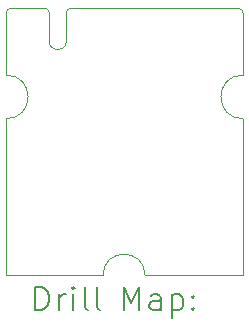
<source format=gbr>
%TF.GenerationSoftware,KiCad,Pcbnew,(7.0.0)*%
%TF.CreationDate,2023-04-19T09:29:56-05:00*%
%TF.ProjectId,Pixel.Cookie,50697865-6c2e-4436-9f6f-6b69652e6b69,rev?*%
%TF.SameCoordinates,Original*%
%TF.FileFunction,Drillmap*%
%TF.FilePolarity,Positive*%
%FSLAX45Y45*%
G04 Gerber Fmt 4.5, Leading zero omitted, Abs format (unit mm)*
G04 Created by KiCad (PCBNEW (7.0.0)) date 2023-04-19 09:29:56*
%MOMM*%
%LPD*%
G01*
G04 APERTURE LIST*
%ADD10C,0.050000*%
%ADD11C,0.200000*%
G04 APERTURE END LIST*
D10*
X3231256Y-1247980D02*
X3170296Y-1247980D01*
X2078096Y-1247980D02*
X3170296Y-1247980D01*
X1811396Y-1247980D02*
X2078096Y-1247980D01*
X3268000Y-1813500D02*
G75*
G03*
X3268000Y-2183500I0J-185000D01*
G01*
X2084700Y-3508580D02*
X1265296Y-3508580D01*
X1811396Y-1247976D02*
G75*
G03*
X1773296Y-1286080I4J-38104D01*
G01*
X1628770Y-1527634D02*
G75*
G03*
X1773353Y-1532964I72390J4D01*
G01*
X3269356Y-1319100D02*
X3269356Y-1813500D01*
X1303396Y-1247976D02*
G75*
G03*
X1265296Y-1286080I4J-38104D01*
G01*
X3268000Y-2183500D02*
X3269356Y-3508580D01*
X3269360Y-1286080D02*
G75*
G03*
X3231256Y-1247980I-38100J0D01*
G01*
X1265296Y-2183540D02*
G75*
G03*
X1265296Y-1813500I0J185020D01*
G01*
X3269356Y-1319100D02*
X3269356Y-1286080D01*
X1265296Y-1286080D02*
X1265296Y-1813500D01*
X1590670Y-1247980D02*
X1303396Y-1247980D01*
X1628770Y-1527634D02*
X1628770Y-1286080D01*
X1773353Y-1532964D02*
X1773296Y-1286080D01*
X1628770Y-1286080D02*
G75*
G03*
X1590670Y-1247980I-38100J0D01*
G01*
X2440300Y-3508580D02*
G75*
G03*
X2084700Y-3508580I-177800J0D01*
G01*
X1265296Y-2183539D02*
X1265296Y-3508580D01*
X3269356Y-3508580D02*
X2440300Y-3508580D01*
D11*
X1510415Y-3804556D02*
X1510415Y-3604556D01*
X1510415Y-3604556D02*
X1558034Y-3604556D01*
X1558034Y-3604556D02*
X1586605Y-3614080D01*
X1586605Y-3614080D02*
X1605653Y-3633128D01*
X1605653Y-3633128D02*
X1615177Y-3652175D01*
X1615177Y-3652175D02*
X1624701Y-3690270D01*
X1624701Y-3690270D02*
X1624701Y-3718842D01*
X1624701Y-3718842D02*
X1615177Y-3756937D01*
X1615177Y-3756937D02*
X1605653Y-3775985D01*
X1605653Y-3775985D02*
X1586605Y-3795032D01*
X1586605Y-3795032D02*
X1558034Y-3804556D01*
X1558034Y-3804556D02*
X1510415Y-3804556D01*
X1710415Y-3804556D02*
X1710415Y-3671223D01*
X1710415Y-3709318D02*
X1719939Y-3690270D01*
X1719939Y-3690270D02*
X1729463Y-3680747D01*
X1729463Y-3680747D02*
X1748510Y-3671223D01*
X1748510Y-3671223D02*
X1767558Y-3671223D01*
X1834224Y-3804556D02*
X1834224Y-3671223D01*
X1834224Y-3604556D02*
X1824701Y-3614080D01*
X1824701Y-3614080D02*
X1834224Y-3623604D01*
X1834224Y-3623604D02*
X1843748Y-3614080D01*
X1843748Y-3614080D02*
X1834224Y-3604556D01*
X1834224Y-3604556D02*
X1834224Y-3623604D01*
X1958034Y-3804556D02*
X1938986Y-3795032D01*
X1938986Y-3795032D02*
X1929463Y-3775985D01*
X1929463Y-3775985D02*
X1929463Y-3604556D01*
X2062796Y-3804556D02*
X2043748Y-3795032D01*
X2043748Y-3795032D02*
X2034224Y-3775985D01*
X2034224Y-3775985D02*
X2034224Y-3604556D01*
X2258986Y-3804556D02*
X2258986Y-3604556D01*
X2258986Y-3604556D02*
X2325653Y-3747413D01*
X2325653Y-3747413D02*
X2392320Y-3604556D01*
X2392320Y-3604556D02*
X2392320Y-3804556D01*
X2573272Y-3804556D02*
X2573272Y-3699794D01*
X2573272Y-3699794D02*
X2563748Y-3680747D01*
X2563748Y-3680747D02*
X2544701Y-3671223D01*
X2544701Y-3671223D02*
X2506605Y-3671223D01*
X2506605Y-3671223D02*
X2487558Y-3680747D01*
X2573272Y-3795032D02*
X2554225Y-3804556D01*
X2554225Y-3804556D02*
X2506605Y-3804556D01*
X2506605Y-3804556D02*
X2487558Y-3795032D01*
X2487558Y-3795032D02*
X2478034Y-3775985D01*
X2478034Y-3775985D02*
X2478034Y-3756937D01*
X2478034Y-3756937D02*
X2487558Y-3737889D01*
X2487558Y-3737889D02*
X2506605Y-3728366D01*
X2506605Y-3728366D02*
X2554225Y-3728366D01*
X2554225Y-3728366D02*
X2573272Y-3718842D01*
X2668510Y-3671223D02*
X2668510Y-3871223D01*
X2668510Y-3680747D02*
X2687558Y-3671223D01*
X2687558Y-3671223D02*
X2725653Y-3671223D01*
X2725653Y-3671223D02*
X2744701Y-3680747D01*
X2744701Y-3680747D02*
X2754225Y-3690270D01*
X2754225Y-3690270D02*
X2763748Y-3709318D01*
X2763748Y-3709318D02*
X2763748Y-3766461D01*
X2763748Y-3766461D02*
X2754225Y-3785508D01*
X2754225Y-3785508D02*
X2744701Y-3795032D01*
X2744701Y-3795032D02*
X2725653Y-3804556D01*
X2725653Y-3804556D02*
X2687558Y-3804556D01*
X2687558Y-3804556D02*
X2668510Y-3795032D01*
X2849463Y-3785508D02*
X2858986Y-3795032D01*
X2858986Y-3795032D02*
X2849463Y-3804556D01*
X2849463Y-3804556D02*
X2839939Y-3795032D01*
X2839939Y-3795032D02*
X2849463Y-3785508D01*
X2849463Y-3785508D02*
X2849463Y-3804556D01*
X2849463Y-3680747D02*
X2858986Y-3690270D01*
X2858986Y-3690270D02*
X2849463Y-3699794D01*
X2849463Y-3699794D02*
X2839939Y-3690270D01*
X2839939Y-3690270D02*
X2849463Y-3680747D01*
X2849463Y-3680747D02*
X2849463Y-3699794D01*
M02*

</source>
